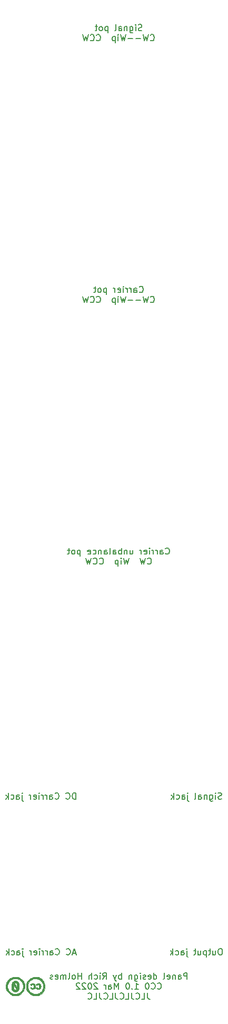
<source format=gbo>
G04 #@! TF.GenerationSoftware,KiCad,Pcbnew,6.0.4-6f826c9f35~116~ubuntu20.04.1*
G04 #@! TF.CreationDate,2022-04-19T11:59:19-04:00*
G04 #@! TF.ProjectId,arrm_panel,6172726d-5f70-4616-9e65-6c2e6b696361,rev?*
G04 #@! TF.SameCoordinates,Original*
G04 #@! TF.FileFunction,Legend,Bot*
G04 #@! TF.FilePolarity,Positive*
%FSLAX46Y46*%
G04 Gerber Fmt 4.6, Leading zero omitted, Abs format (unit mm)*
G04 Created by KiCad (PCBNEW 6.0.4-6f826c9f35~116~ubuntu20.04.1) date 2022-04-19 11:59:19*
%MOMM*%
%LPD*%
G01*
G04 APERTURE LIST*
%ADD10C,0.150000*%
%ADD11C,0.010000*%
G04 APERTURE END LIST*
D10*
X34195238Y-167552380D02*
X34195238Y-166552380D01*
X33957142Y-166552380D01*
X33814285Y-166600000D01*
X33719047Y-166695238D01*
X33671428Y-166790476D01*
X33623809Y-166980952D01*
X33623809Y-167123809D01*
X33671428Y-167314285D01*
X33719047Y-167409523D01*
X33814285Y-167504761D01*
X33957142Y-167552380D01*
X34195238Y-167552380D01*
X32623809Y-167457142D02*
X32671428Y-167504761D01*
X32814285Y-167552380D01*
X32909523Y-167552380D01*
X33052380Y-167504761D01*
X33147619Y-167409523D01*
X33195238Y-167314285D01*
X33242857Y-167123809D01*
X33242857Y-166980952D01*
X33195238Y-166790476D01*
X33147619Y-166695238D01*
X33052380Y-166600000D01*
X32909523Y-166552380D01*
X32814285Y-166552380D01*
X32671428Y-166600000D01*
X32623809Y-166647619D01*
X30861904Y-167457142D02*
X30909523Y-167504761D01*
X31052380Y-167552380D01*
X31147619Y-167552380D01*
X31290476Y-167504761D01*
X31385714Y-167409523D01*
X31433333Y-167314285D01*
X31480952Y-167123809D01*
X31480952Y-166980952D01*
X31433333Y-166790476D01*
X31385714Y-166695238D01*
X31290476Y-166600000D01*
X31147619Y-166552380D01*
X31052380Y-166552380D01*
X30909523Y-166600000D01*
X30861904Y-166647619D01*
X30004761Y-167552380D02*
X30004761Y-167028571D01*
X30052380Y-166933333D01*
X30147619Y-166885714D01*
X30338095Y-166885714D01*
X30433333Y-166933333D01*
X30004761Y-167504761D02*
X30100000Y-167552380D01*
X30338095Y-167552380D01*
X30433333Y-167504761D01*
X30480952Y-167409523D01*
X30480952Y-167314285D01*
X30433333Y-167219047D01*
X30338095Y-167171428D01*
X30100000Y-167171428D01*
X30004761Y-167123809D01*
X29528571Y-167552380D02*
X29528571Y-166885714D01*
X29528571Y-167076190D02*
X29480952Y-166980952D01*
X29433333Y-166933333D01*
X29338095Y-166885714D01*
X29242857Y-166885714D01*
X28909523Y-167552380D02*
X28909523Y-166885714D01*
X28909523Y-167076190D02*
X28861904Y-166980952D01*
X28814285Y-166933333D01*
X28719047Y-166885714D01*
X28623809Y-166885714D01*
X28290476Y-167552380D02*
X28290476Y-166885714D01*
X28290476Y-166552380D02*
X28338095Y-166600000D01*
X28290476Y-166647619D01*
X28242857Y-166600000D01*
X28290476Y-166552380D01*
X28290476Y-166647619D01*
X27433333Y-167504761D02*
X27528571Y-167552380D01*
X27719047Y-167552380D01*
X27814285Y-167504761D01*
X27861904Y-167409523D01*
X27861904Y-167028571D01*
X27814285Y-166933333D01*
X27719047Y-166885714D01*
X27528571Y-166885714D01*
X27433333Y-166933333D01*
X27385714Y-167028571D01*
X27385714Y-167123809D01*
X27861904Y-167219047D01*
X26957142Y-167552380D02*
X26957142Y-166885714D01*
X26957142Y-167076190D02*
X26909523Y-166980952D01*
X26861904Y-166933333D01*
X26766666Y-166885714D01*
X26671428Y-166885714D01*
X25576190Y-166885714D02*
X25576190Y-167742857D01*
X25623809Y-167838095D01*
X25719047Y-167885714D01*
X25766666Y-167885714D01*
X25576190Y-166552380D02*
X25623809Y-166600000D01*
X25576190Y-166647619D01*
X25528571Y-166600000D01*
X25576190Y-166552380D01*
X25576190Y-166647619D01*
X24671428Y-167552380D02*
X24671428Y-167028571D01*
X24719047Y-166933333D01*
X24814285Y-166885714D01*
X25004761Y-166885714D01*
X25100000Y-166933333D01*
X24671428Y-167504761D02*
X24766666Y-167552380D01*
X25004761Y-167552380D01*
X25100000Y-167504761D01*
X25147619Y-167409523D01*
X25147619Y-167314285D01*
X25100000Y-167219047D01*
X25004761Y-167171428D01*
X24766666Y-167171428D01*
X24671428Y-167123809D01*
X23766666Y-167504761D02*
X23861904Y-167552380D01*
X24052380Y-167552380D01*
X24147619Y-167504761D01*
X24195238Y-167457142D01*
X24242857Y-167361904D01*
X24242857Y-167076190D01*
X24195238Y-166980952D01*
X24147619Y-166933333D01*
X24052380Y-166885714D01*
X23861904Y-166885714D01*
X23766666Y-166933333D01*
X23338095Y-167552380D02*
X23338095Y-166552380D01*
X23242857Y-167171428D02*
X22957142Y-167552380D01*
X22957142Y-166885714D02*
X23338095Y-167266666D01*
X57647619Y-167504761D02*
X57504761Y-167552380D01*
X57266666Y-167552380D01*
X57171428Y-167504761D01*
X57123809Y-167457142D01*
X57076190Y-167361904D01*
X57076190Y-167266666D01*
X57123809Y-167171428D01*
X57171428Y-167123809D01*
X57266666Y-167076190D01*
X57457142Y-167028571D01*
X57552380Y-166980952D01*
X57600000Y-166933333D01*
X57647619Y-166838095D01*
X57647619Y-166742857D01*
X57600000Y-166647619D01*
X57552380Y-166600000D01*
X57457142Y-166552380D01*
X57219047Y-166552380D01*
X57076190Y-166600000D01*
X56647619Y-167552380D02*
X56647619Y-166885714D01*
X56647619Y-166552380D02*
X56695238Y-166600000D01*
X56647619Y-166647619D01*
X56600000Y-166600000D01*
X56647619Y-166552380D01*
X56647619Y-166647619D01*
X55742857Y-166885714D02*
X55742857Y-167695238D01*
X55790476Y-167790476D01*
X55838095Y-167838095D01*
X55933333Y-167885714D01*
X56076190Y-167885714D01*
X56171428Y-167838095D01*
X55742857Y-167504761D02*
X55838095Y-167552380D01*
X56028571Y-167552380D01*
X56123809Y-167504761D01*
X56171428Y-167457142D01*
X56219047Y-167361904D01*
X56219047Y-167076190D01*
X56171428Y-166980952D01*
X56123809Y-166933333D01*
X56028571Y-166885714D01*
X55838095Y-166885714D01*
X55742857Y-166933333D01*
X55266666Y-166885714D02*
X55266666Y-167552380D01*
X55266666Y-166980952D02*
X55219047Y-166933333D01*
X55123809Y-166885714D01*
X54980952Y-166885714D01*
X54885714Y-166933333D01*
X54838095Y-167028571D01*
X54838095Y-167552380D01*
X53933333Y-167552380D02*
X53933333Y-167028571D01*
X53980952Y-166933333D01*
X54076190Y-166885714D01*
X54266666Y-166885714D01*
X54361904Y-166933333D01*
X53933333Y-167504761D02*
X54028571Y-167552380D01*
X54266666Y-167552380D01*
X54361904Y-167504761D01*
X54409523Y-167409523D01*
X54409523Y-167314285D01*
X54361904Y-167219047D01*
X54266666Y-167171428D01*
X54028571Y-167171428D01*
X53933333Y-167123809D01*
X53314285Y-167552380D02*
X53409523Y-167504761D01*
X53457142Y-167409523D01*
X53457142Y-166552380D01*
X52171428Y-166885714D02*
X52171428Y-167742857D01*
X52219047Y-167838095D01*
X52314285Y-167885714D01*
X52361904Y-167885714D01*
X52171428Y-166552380D02*
X52219047Y-166600000D01*
X52171428Y-166647619D01*
X52123809Y-166600000D01*
X52171428Y-166552380D01*
X52171428Y-166647619D01*
X51266666Y-167552380D02*
X51266666Y-167028571D01*
X51314285Y-166933333D01*
X51409523Y-166885714D01*
X51600000Y-166885714D01*
X51695238Y-166933333D01*
X51266666Y-167504761D02*
X51361904Y-167552380D01*
X51600000Y-167552380D01*
X51695238Y-167504761D01*
X51742857Y-167409523D01*
X51742857Y-167314285D01*
X51695238Y-167219047D01*
X51600000Y-167171428D01*
X51361904Y-167171428D01*
X51266666Y-167123809D01*
X50361904Y-167504761D02*
X50457142Y-167552380D01*
X50647619Y-167552380D01*
X50742857Y-167504761D01*
X50790476Y-167457142D01*
X50838095Y-167361904D01*
X50838095Y-167076190D01*
X50790476Y-166980952D01*
X50742857Y-166933333D01*
X50647619Y-166885714D01*
X50457142Y-166885714D01*
X50361904Y-166933333D01*
X49933333Y-167552380D02*
X49933333Y-166552380D01*
X49838095Y-167171428D02*
X49552380Y-167552380D01*
X49552380Y-166885714D02*
X49933333Y-167266666D01*
X44814285Y-44199761D02*
X44671428Y-44247380D01*
X44433333Y-44247380D01*
X44338095Y-44199761D01*
X44290476Y-44152142D01*
X44242857Y-44056904D01*
X44242857Y-43961666D01*
X44290476Y-43866428D01*
X44338095Y-43818809D01*
X44433333Y-43771190D01*
X44623809Y-43723571D01*
X44719047Y-43675952D01*
X44766666Y-43628333D01*
X44814285Y-43533095D01*
X44814285Y-43437857D01*
X44766666Y-43342619D01*
X44719047Y-43295000D01*
X44623809Y-43247380D01*
X44385714Y-43247380D01*
X44242857Y-43295000D01*
X43814285Y-44247380D02*
X43814285Y-43580714D01*
X43814285Y-43247380D02*
X43861904Y-43295000D01*
X43814285Y-43342619D01*
X43766666Y-43295000D01*
X43814285Y-43247380D01*
X43814285Y-43342619D01*
X42909523Y-43580714D02*
X42909523Y-44390238D01*
X42957142Y-44485476D01*
X43004761Y-44533095D01*
X43100000Y-44580714D01*
X43242857Y-44580714D01*
X43338095Y-44533095D01*
X42909523Y-44199761D02*
X43004761Y-44247380D01*
X43195238Y-44247380D01*
X43290476Y-44199761D01*
X43338095Y-44152142D01*
X43385714Y-44056904D01*
X43385714Y-43771190D01*
X43338095Y-43675952D01*
X43290476Y-43628333D01*
X43195238Y-43580714D01*
X43004761Y-43580714D01*
X42909523Y-43628333D01*
X42433333Y-43580714D02*
X42433333Y-44247380D01*
X42433333Y-43675952D02*
X42385714Y-43628333D01*
X42290476Y-43580714D01*
X42147619Y-43580714D01*
X42052380Y-43628333D01*
X42004761Y-43723571D01*
X42004761Y-44247380D01*
X41100000Y-44247380D02*
X41100000Y-43723571D01*
X41147619Y-43628333D01*
X41242857Y-43580714D01*
X41433333Y-43580714D01*
X41528571Y-43628333D01*
X41100000Y-44199761D02*
X41195238Y-44247380D01*
X41433333Y-44247380D01*
X41528571Y-44199761D01*
X41576190Y-44104523D01*
X41576190Y-44009285D01*
X41528571Y-43914047D01*
X41433333Y-43866428D01*
X41195238Y-43866428D01*
X41100000Y-43818809D01*
X40480952Y-44247380D02*
X40576190Y-44199761D01*
X40623809Y-44104523D01*
X40623809Y-43247380D01*
X39338095Y-43580714D02*
X39338095Y-44580714D01*
X39338095Y-43628333D02*
X39242857Y-43580714D01*
X39052380Y-43580714D01*
X38957142Y-43628333D01*
X38909523Y-43675952D01*
X38861904Y-43771190D01*
X38861904Y-44056904D01*
X38909523Y-44152142D01*
X38957142Y-44199761D01*
X39052380Y-44247380D01*
X39242857Y-44247380D01*
X39338095Y-44199761D01*
X38290476Y-44247380D02*
X38385714Y-44199761D01*
X38433333Y-44152142D01*
X38480952Y-44056904D01*
X38480952Y-43771190D01*
X38433333Y-43675952D01*
X38385714Y-43628333D01*
X38290476Y-43580714D01*
X38147619Y-43580714D01*
X38052380Y-43628333D01*
X38004761Y-43675952D01*
X37957142Y-43771190D01*
X37957142Y-44056904D01*
X38004761Y-44152142D01*
X38052380Y-44199761D01*
X38147619Y-44247380D01*
X38290476Y-44247380D01*
X37671428Y-43580714D02*
X37290476Y-43580714D01*
X37528571Y-43247380D02*
X37528571Y-44104523D01*
X37480952Y-44199761D01*
X37385714Y-44247380D01*
X37290476Y-44247380D01*
X46195238Y-45762142D02*
X46242857Y-45809761D01*
X46385714Y-45857380D01*
X46480952Y-45857380D01*
X46623809Y-45809761D01*
X46719047Y-45714523D01*
X46766666Y-45619285D01*
X46814285Y-45428809D01*
X46814285Y-45285952D01*
X46766666Y-45095476D01*
X46719047Y-45000238D01*
X46623809Y-44905000D01*
X46480952Y-44857380D01*
X46385714Y-44857380D01*
X46242857Y-44905000D01*
X46195238Y-44952619D01*
X45861904Y-44857380D02*
X45623809Y-45857380D01*
X45433333Y-45143095D01*
X45242857Y-45857380D01*
X45004761Y-44857380D01*
X44623809Y-45476428D02*
X43861904Y-45476428D01*
X43385714Y-45476428D02*
X42623809Y-45476428D01*
X42242857Y-44857380D02*
X42004761Y-45857380D01*
X41814285Y-45143095D01*
X41623809Y-45857380D01*
X41385714Y-44857380D01*
X41004761Y-45857380D02*
X41004761Y-45190714D01*
X41004761Y-44857380D02*
X41052380Y-44905000D01*
X41004761Y-44952619D01*
X40957142Y-44905000D01*
X41004761Y-44857380D01*
X41004761Y-44952619D01*
X40528571Y-45190714D02*
X40528571Y-46190714D01*
X40528571Y-45238333D02*
X40433333Y-45190714D01*
X40242857Y-45190714D01*
X40147619Y-45238333D01*
X40100000Y-45285952D01*
X40052380Y-45381190D01*
X40052380Y-45666904D01*
X40100000Y-45762142D01*
X40147619Y-45809761D01*
X40242857Y-45857380D01*
X40433333Y-45857380D01*
X40528571Y-45809761D01*
X37528571Y-45762142D02*
X37576190Y-45809761D01*
X37719047Y-45857380D01*
X37814285Y-45857380D01*
X37957142Y-45809761D01*
X38052380Y-45714523D01*
X38100000Y-45619285D01*
X38147619Y-45428809D01*
X38147619Y-45285952D01*
X38100000Y-45095476D01*
X38052380Y-45000238D01*
X37957142Y-44905000D01*
X37814285Y-44857380D01*
X37719047Y-44857380D01*
X37576190Y-44905000D01*
X37528571Y-44952619D01*
X36528571Y-45762142D02*
X36576190Y-45809761D01*
X36719047Y-45857380D01*
X36814285Y-45857380D01*
X36957142Y-45809761D01*
X37052380Y-45714523D01*
X37100000Y-45619285D01*
X37147619Y-45428809D01*
X37147619Y-45285952D01*
X37100000Y-45095476D01*
X37052380Y-45000238D01*
X36957142Y-44905000D01*
X36814285Y-44857380D01*
X36719047Y-44857380D01*
X36576190Y-44905000D01*
X36528571Y-44952619D01*
X36195238Y-44857380D02*
X35957142Y-45857380D01*
X35766666Y-45143095D01*
X35576190Y-45857380D01*
X35338095Y-44857380D01*
X34171428Y-192266666D02*
X33695238Y-192266666D01*
X34266666Y-192552380D02*
X33933333Y-191552380D01*
X33600000Y-192552380D01*
X32695238Y-192457142D02*
X32742857Y-192504761D01*
X32885714Y-192552380D01*
X32980952Y-192552380D01*
X33123809Y-192504761D01*
X33219047Y-192409523D01*
X33266666Y-192314285D01*
X33314285Y-192123809D01*
X33314285Y-191980952D01*
X33266666Y-191790476D01*
X33219047Y-191695238D01*
X33123809Y-191600000D01*
X32980952Y-191552380D01*
X32885714Y-191552380D01*
X32742857Y-191600000D01*
X32695238Y-191647619D01*
X30933333Y-192457142D02*
X30980952Y-192504761D01*
X31123809Y-192552380D01*
X31219047Y-192552380D01*
X31361904Y-192504761D01*
X31457142Y-192409523D01*
X31504761Y-192314285D01*
X31552380Y-192123809D01*
X31552380Y-191980952D01*
X31504761Y-191790476D01*
X31457142Y-191695238D01*
X31361904Y-191600000D01*
X31219047Y-191552380D01*
X31123809Y-191552380D01*
X30980952Y-191600000D01*
X30933333Y-191647619D01*
X30076190Y-192552380D02*
X30076190Y-192028571D01*
X30123809Y-191933333D01*
X30219047Y-191885714D01*
X30409523Y-191885714D01*
X30504761Y-191933333D01*
X30076190Y-192504761D02*
X30171428Y-192552380D01*
X30409523Y-192552380D01*
X30504761Y-192504761D01*
X30552380Y-192409523D01*
X30552380Y-192314285D01*
X30504761Y-192219047D01*
X30409523Y-192171428D01*
X30171428Y-192171428D01*
X30076190Y-192123809D01*
X29600000Y-192552380D02*
X29600000Y-191885714D01*
X29600000Y-192076190D02*
X29552380Y-191980952D01*
X29504761Y-191933333D01*
X29409523Y-191885714D01*
X29314285Y-191885714D01*
X28980952Y-192552380D02*
X28980952Y-191885714D01*
X28980952Y-192076190D02*
X28933333Y-191980952D01*
X28885714Y-191933333D01*
X28790476Y-191885714D01*
X28695238Y-191885714D01*
X28361904Y-192552380D02*
X28361904Y-191885714D01*
X28361904Y-191552380D02*
X28409523Y-191600000D01*
X28361904Y-191647619D01*
X28314285Y-191600000D01*
X28361904Y-191552380D01*
X28361904Y-191647619D01*
X27504761Y-192504761D02*
X27600000Y-192552380D01*
X27790476Y-192552380D01*
X27885714Y-192504761D01*
X27933333Y-192409523D01*
X27933333Y-192028571D01*
X27885714Y-191933333D01*
X27790476Y-191885714D01*
X27600000Y-191885714D01*
X27504761Y-191933333D01*
X27457142Y-192028571D01*
X27457142Y-192123809D01*
X27933333Y-192219047D01*
X27028571Y-192552380D02*
X27028571Y-191885714D01*
X27028571Y-192076190D02*
X26980952Y-191980952D01*
X26933333Y-191933333D01*
X26838095Y-191885714D01*
X26742857Y-191885714D01*
X25647619Y-191885714D02*
X25647619Y-192742857D01*
X25695238Y-192838095D01*
X25790476Y-192885714D01*
X25838095Y-192885714D01*
X25647619Y-191552380D02*
X25695238Y-191600000D01*
X25647619Y-191647619D01*
X25600000Y-191600000D01*
X25647619Y-191552380D01*
X25647619Y-191647619D01*
X24742857Y-192552380D02*
X24742857Y-192028571D01*
X24790476Y-191933333D01*
X24885714Y-191885714D01*
X25076190Y-191885714D01*
X25171428Y-191933333D01*
X24742857Y-192504761D02*
X24838095Y-192552380D01*
X25076190Y-192552380D01*
X25171428Y-192504761D01*
X25219047Y-192409523D01*
X25219047Y-192314285D01*
X25171428Y-192219047D01*
X25076190Y-192171428D01*
X24838095Y-192171428D01*
X24742857Y-192123809D01*
X23838095Y-192504761D02*
X23933333Y-192552380D01*
X24123809Y-192552380D01*
X24219047Y-192504761D01*
X24266666Y-192457142D01*
X24314285Y-192361904D01*
X24314285Y-192076190D01*
X24266666Y-191980952D01*
X24219047Y-191933333D01*
X24123809Y-191885714D01*
X23933333Y-191885714D01*
X23838095Y-191933333D01*
X23409523Y-192552380D02*
X23409523Y-191552380D01*
X23314285Y-192171428D02*
X23028571Y-192552380D01*
X23028571Y-191885714D02*
X23409523Y-192266666D01*
X48623809Y-128152142D02*
X48671428Y-128199761D01*
X48814285Y-128247380D01*
X48909523Y-128247380D01*
X49052380Y-128199761D01*
X49147619Y-128104523D01*
X49195238Y-128009285D01*
X49242857Y-127818809D01*
X49242857Y-127675952D01*
X49195238Y-127485476D01*
X49147619Y-127390238D01*
X49052380Y-127295000D01*
X48909523Y-127247380D01*
X48814285Y-127247380D01*
X48671428Y-127295000D01*
X48623809Y-127342619D01*
X47766666Y-128247380D02*
X47766666Y-127723571D01*
X47814285Y-127628333D01*
X47909523Y-127580714D01*
X48100000Y-127580714D01*
X48195238Y-127628333D01*
X47766666Y-128199761D02*
X47861904Y-128247380D01*
X48100000Y-128247380D01*
X48195238Y-128199761D01*
X48242857Y-128104523D01*
X48242857Y-128009285D01*
X48195238Y-127914047D01*
X48100000Y-127866428D01*
X47861904Y-127866428D01*
X47766666Y-127818809D01*
X47290476Y-128247380D02*
X47290476Y-127580714D01*
X47290476Y-127771190D02*
X47242857Y-127675952D01*
X47195238Y-127628333D01*
X47100000Y-127580714D01*
X47004761Y-127580714D01*
X46671428Y-128247380D02*
X46671428Y-127580714D01*
X46671428Y-127771190D02*
X46623809Y-127675952D01*
X46576190Y-127628333D01*
X46480952Y-127580714D01*
X46385714Y-127580714D01*
X46052380Y-128247380D02*
X46052380Y-127580714D01*
X46052380Y-127247380D02*
X46100000Y-127295000D01*
X46052380Y-127342619D01*
X46004761Y-127295000D01*
X46052380Y-127247380D01*
X46052380Y-127342619D01*
X45195238Y-128199761D02*
X45290476Y-128247380D01*
X45480952Y-128247380D01*
X45576190Y-128199761D01*
X45623809Y-128104523D01*
X45623809Y-127723571D01*
X45576190Y-127628333D01*
X45480952Y-127580714D01*
X45290476Y-127580714D01*
X45195238Y-127628333D01*
X45147619Y-127723571D01*
X45147619Y-127818809D01*
X45623809Y-127914047D01*
X44719047Y-128247380D02*
X44719047Y-127580714D01*
X44719047Y-127771190D02*
X44671428Y-127675952D01*
X44623809Y-127628333D01*
X44528571Y-127580714D01*
X44433333Y-127580714D01*
X42909523Y-127580714D02*
X42909523Y-128247380D01*
X43338095Y-127580714D02*
X43338095Y-128104523D01*
X43290476Y-128199761D01*
X43195238Y-128247380D01*
X43052380Y-128247380D01*
X42957142Y-128199761D01*
X42909523Y-128152142D01*
X42433333Y-127580714D02*
X42433333Y-128247380D01*
X42433333Y-127675952D02*
X42385714Y-127628333D01*
X42290476Y-127580714D01*
X42147619Y-127580714D01*
X42052380Y-127628333D01*
X42004761Y-127723571D01*
X42004761Y-128247380D01*
X41528571Y-128247380D02*
X41528571Y-127247380D01*
X41528571Y-127628333D02*
X41433333Y-127580714D01*
X41242857Y-127580714D01*
X41147619Y-127628333D01*
X41100000Y-127675952D01*
X41052380Y-127771190D01*
X41052380Y-128056904D01*
X41100000Y-128152142D01*
X41147619Y-128199761D01*
X41242857Y-128247380D01*
X41433333Y-128247380D01*
X41528571Y-128199761D01*
X40195238Y-128247380D02*
X40195238Y-127723571D01*
X40242857Y-127628333D01*
X40338095Y-127580714D01*
X40528571Y-127580714D01*
X40623809Y-127628333D01*
X40195238Y-128199761D02*
X40290476Y-128247380D01*
X40528571Y-128247380D01*
X40623809Y-128199761D01*
X40671428Y-128104523D01*
X40671428Y-128009285D01*
X40623809Y-127914047D01*
X40528571Y-127866428D01*
X40290476Y-127866428D01*
X40195238Y-127818809D01*
X39576190Y-128247380D02*
X39671428Y-128199761D01*
X39719047Y-128104523D01*
X39719047Y-127247380D01*
X38766666Y-128247380D02*
X38766666Y-127723571D01*
X38814285Y-127628333D01*
X38909523Y-127580714D01*
X39100000Y-127580714D01*
X39195238Y-127628333D01*
X38766666Y-128199761D02*
X38861904Y-128247380D01*
X39100000Y-128247380D01*
X39195238Y-128199761D01*
X39242857Y-128104523D01*
X39242857Y-128009285D01*
X39195238Y-127914047D01*
X39100000Y-127866428D01*
X38861904Y-127866428D01*
X38766666Y-127818809D01*
X38290476Y-127580714D02*
X38290476Y-128247380D01*
X38290476Y-127675952D02*
X38242857Y-127628333D01*
X38147619Y-127580714D01*
X38004761Y-127580714D01*
X37909523Y-127628333D01*
X37861904Y-127723571D01*
X37861904Y-128247380D01*
X36957142Y-128199761D02*
X37052380Y-128247380D01*
X37242857Y-128247380D01*
X37338095Y-128199761D01*
X37385714Y-128152142D01*
X37433333Y-128056904D01*
X37433333Y-127771190D01*
X37385714Y-127675952D01*
X37338095Y-127628333D01*
X37242857Y-127580714D01*
X37052380Y-127580714D01*
X36957142Y-127628333D01*
X36147619Y-128199761D02*
X36242857Y-128247380D01*
X36433333Y-128247380D01*
X36528571Y-128199761D01*
X36576190Y-128104523D01*
X36576190Y-127723571D01*
X36528571Y-127628333D01*
X36433333Y-127580714D01*
X36242857Y-127580714D01*
X36147619Y-127628333D01*
X36100000Y-127723571D01*
X36100000Y-127818809D01*
X36576190Y-127914047D01*
X34909523Y-127580714D02*
X34909523Y-128580714D01*
X34909523Y-127628333D02*
X34814285Y-127580714D01*
X34623809Y-127580714D01*
X34528571Y-127628333D01*
X34480952Y-127675952D01*
X34433333Y-127771190D01*
X34433333Y-128056904D01*
X34480952Y-128152142D01*
X34528571Y-128199761D01*
X34623809Y-128247380D01*
X34814285Y-128247380D01*
X34909523Y-128199761D01*
X33861904Y-128247380D02*
X33957142Y-128199761D01*
X34004761Y-128152142D01*
X34052380Y-128056904D01*
X34052380Y-127771190D01*
X34004761Y-127675952D01*
X33957142Y-127628333D01*
X33861904Y-127580714D01*
X33719047Y-127580714D01*
X33623809Y-127628333D01*
X33576190Y-127675952D01*
X33528571Y-127771190D01*
X33528571Y-128056904D01*
X33576190Y-128152142D01*
X33623809Y-128199761D01*
X33719047Y-128247380D01*
X33861904Y-128247380D01*
X33242857Y-127580714D02*
X32861904Y-127580714D01*
X33100000Y-127247380D02*
X33100000Y-128104523D01*
X33052380Y-128199761D01*
X32957142Y-128247380D01*
X32861904Y-128247380D01*
X45719047Y-129762142D02*
X45766666Y-129809761D01*
X45909523Y-129857380D01*
X46004761Y-129857380D01*
X46147619Y-129809761D01*
X46242857Y-129714523D01*
X46290476Y-129619285D01*
X46338095Y-129428809D01*
X46338095Y-129285952D01*
X46290476Y-129095476D01*
X46242857Y-129000238D01*
X46147619Y-128905000D01*
X46004761Y-128857380D01*
X45909523Y-128857380D01*
X45766666Y-128905000D01*
X45719047Y-128952619D01*
X45385714Y-128857380D02*
X45147619Y-129857380D01*
X44957142Y-129143095D01*
X44766666Y-129857380D01*
X44528571Y-128857380D01*
X42719047Y-128857380D02*
X42480952Y-129857380D01*
X42290476Y-129143095D01*
X42100000Y-129857380D01*
X41861904Y-128857380D01*
X41480952Y-129857380D02*
X41480952Y-129190714D01*
X41480952Y-128857380D02*
X41528571Y-128905000D01*
X41480952Y-128952619D01*
X41433333Y-128905000D01*
X41480952Y-128857380D01*
X41480952Y-128952619D01*
X41004761Y-129190714D02*
X41004761Y-130190714D01*
X41004761Y-129238333D02*
X40909523Y-129190714D01*
X40719047Y-129190714D01*
X40623809Y-129238333D01*
X40576190Y-129285952D01*
X40528571Y-129381190D01*
X40528571Y-129666904D01*
X40576190Y-129762142D01*
X40623809Y-129809761D01*
X40719047Y-129857380D01*
X40909523Y-129857380D01*
X41004761Y-129809761D01*
X38004761Y-129762142D02*
X38052380Y-129809761D01*
X38195238Y-129857380D01*
X38290476Y-129857380D01*
X38433333Y-129809761D01*
X38528571Y-129714523D01*
X38576190Y-129619285D01*
X38623809Y-129428809D01*
X38623809Y-129285952D01*
X38576190Y-129095476D01*
X38528571Y-129000238D01*
X38433333Y-128905000D01*
X38290476Y-128857380D01*
X38195238Y-128857380D01*
X38052380Y-128905000D01*
X38004761Y-128952619D01*
X37004761Y-129762142D02*
X37052380Y-129809761D01*
X37195238Y-129857380D01*
X37290476Y-129857380D01*
X37433333Y-129809761D01*
X37528571Y-129714523D01*
X37576190Y-129619285D01*
X37623809Y-129428809D01*
X37623809Y-129285952D01*
X37576190Y-129095476D01*
X37528571Y-129000238D01*
X37433333Y-128905000D01*
X37290476Y-128857380D01*
X37195238Y-128857380D01*
X37052380Y-128905000D01*
X37004761Y-128952619D01*
X36671428Y-128857380D02*
X36433333Y-129857380D01*
X36242857Y-129143095D01*
X36052380Y-129857380D01*
X35814285Y-128857380D01*
X52100000Y-196442380D02*
X52100000Y-195442380D01*
X51719047Y-195442380D01*
X51623809Y-195490000D01*
X51576190Y-195537619D01*
X51528571Y-195632857D01*
X51528571Y-195775714D01*
X51576190Y-195870952D01*
X51623809Y-195918571D01*
X51719047Y-195966190D01*
X52100000Y-195966190D01*
X50671428Y-196442380D02*
X50671428Y-195918571D01*
X50719047Y-195823333D01*
X50814285Y-195775714D01*
X51004761Y-195775714D01*
X51100000Y-195823333D01*
X50671428Y-196394761D02*
X50766666Y-196442380D01*
X51004761Y-196442380D01*
X51100000Y-196394761D01*
X51147619Y-196299523D01*
X51147619Y-196204285D01*
X51100000Y-196109047D01*
X51004761Y-196061428D01*
X50766666Y-196061428D01*
X50671428Y-196013809D01*
X50195238Y-195775714D02*
X50195238Y-196442380D01*
X50195238Y-195870952D02*
X50147619Y-195823333D01*
X50052380Y-195775714D01*
X49909523Y-195775714D01*
X49814285Y-195823333D01*
X49766666Y-195918571D01*
X49766666Y-196442380D01*
X48909523Y-196394761D02*
X49004761Y-196442380D01*
X49195238Y-196442380D01*
X49290476Y-196394761D01*
X49338095Y-196299523D01*
X49338095Y-195918571D01*
X49290476Y-195823333D01*
X49195238Y-195775714D01*
X49004761Y-195775714D01*
X48909523Y-195823333D01*
X48861904Y-195918571D01*
X48861904Y-196013809D01*
X49338095Y-196109047D01*
X48290476Y-196442380D02*
X48385714Y-196394761D01*
X48433333Y-196299523D01*
X48433333Y-195442380D01*
X46719047Y-196442380D02*
X46719047Y-195442380D01*
X46719047Y-196394761D02*
X46814285Y-196442380D01*
X47004761Y-196442380D01*
X47100000Y-196394761D01*
X47147619Y-196347142D01*
X47195238Y-196251904D01*
X47195238Y-195966190D01*
X47147619Y-195870952D01*
X47100000Y-195823333D01*
X47004761Y-195775714D01*
X46814285Y-195775714D01*
X46719047Y-195823333D01*
X45861904Y-196394761D02*
X45957142Y-196442380D01*
X46147619Y-196442380D01*
X46242857Y-196394761D01*
X46290476Y-196299523D01*
X46290476Y-195918571D01*
X46242857Y-195823333D01*
X46147619Y-195775714D01*
X45957142Y-195775714D01*
X45861904Y-195823333D01*
X45814285Y-195918571D01*
X45814285Y-196013809D01*
X46290476Y-196109047D01*
X45433333Y-196394761D02*
X45338095Y-196442380D01*
X45147619Y-196442380D01*
X45052380Y-196394761D01*
X45004761Y-196299523D01*
X45004761Y-196251904D01*
X45052380Y-196156666D01*
X45147619Y-196109047D01*
X45290476Y-196109047D01*
X45385714Y-196061428D01*
X45433333Y-195966190D01*
X45433333Y-195918571D01*
X45385714Y-195823333D01*
X45290476Y-195775714D01*
X45147619Y-195775714D01*
X45052380Y-195823333D01*
X44576190Y-196442380D02*
X44576190Y-195775714D01*
X44576190Y-195442380D02*
X44623809Y-195490000D01*
X44576190Y-195537619D01*
X44528571Y-195490000D01*
X44576190Y-195442380D01*
X44576190Y-195537619D01*
X43671428Y-195775714D02*
X43671428Y-196585238D01*
X43719047Y-196680476D01*
X43766666Y-196728095D01*
X43861904Y-196775714D01*
X44004761Y-196775714D01*
X44100000Y-196728095D01*
X43671428Y-196394761D02*
X43766666Y-196442380D01*
X43957142Y-196442380D01*
X44052380Y-196394761D01*
X44100000Y-196347142D01*
X44147619Y-196251904D01*
X44147619Y-195966190D01*
X44100000Y-195870952D01*
X44052380Y-195823333D01*
X43957142Y-195775714D01*
X43766666Y-195775714D01*
X43671428Y-195823333D01*
X43195238Y-195775714D02*
X43195238Y-196442380D01*
X43195238Y-195870952D02*
X43147619Y-195823333D01*
X43052380Y-195775714D01*
X42909523Y-195775714D01*
X42814285Y-195823333D01*
X42766666Y-195918571D01*
X42766666Y-196442380D01*
X41528571Y-196442380D02*
X41528571Y-195442380D01*
X41528571Y-195823333D02*
X41433333Y-195775714D01*
X41242857Y-195775714D01*
X41147619Y-195823333D01*
X41100000Y-195870952D01*
X41052380Y-195966190D01*
X41052380Y-196251904D01*
X41100000Y-196347142D01*
X41147619Y-196394761D01*
X41242857Y-196442380D01*
X41433333Y-196442380D01*
X41528571Y-196394761D01*
X40719047Y-195775714D02*
X40480952Y-196442380D01*
X40242857Y-195775714D02*
X40480952Y-196442380D01*
X40576190Y-196680476D01*
X40623809Y-196728095D01*
X40719047Y-196775714D01*
X38528571Y-196442380D02*
X38861904Y-195966190D01*
X39100000Y-196442380D02*
X39100000Y-195442380D01*
X38719047Y-195442380D01*
X38623809Y-195490000D01*
X38576190Y-195537619D01*
X38528571Y-195632857D01*
X38528571Y-195775714D01*
X38576190Y-195870952D01*
X38623809Y-195918571D01*
X38719047Y-195966190D01*
X39100000Y-195966190D01*
X38100000Y-196442380D02*
X38100000Y-195775714D01*
X38100000Y-195442380D02*
X38147619Y-195490000D01*
X38100000Y-195537619D01*
X38052380Y-195490000D01*
X38100000Y-195442380D01*
X38100000Y-195537619D01*
X37195238Y-196394761D02*
X37290476Y-196442380D01*
X37480952Y-196442380D01*
X37576190Y-196394761D01*
X37623809Y-196347142D01*
X37671428Y-196251904D01*
X37671428Y-195966190D01*
X37623809Y-195870952D01*
X37576190Y-195823333D01*
X37480952Y-195775714D01*
X37290476Y-195775714D01*
X37195238Y-195823333D01*
X36766666Y-196442380D02*
X36766666Y-195442380D01*
X36338095Y-196442380D02*
X36338095Y-195918571D01*
X36385714Y-195823333D01*
X36480952Y-195775714D01*
X36623809Y-195775714D01*
X36719047Y-195823333D01*
X36766666Y-195870952D01*
X35100000Y-196442380D02*
X35100000Y-195442380D01*
X35100000Y-195918571D02*
X34528571Y-195918571D01*
X34528571Y-196442380D02*
X34528571Y-195442380D01*
X33909523Y-196442380D02*
X34004761Y-196394761D01*
X34052380Y-196347142D01*
X34100000Y-196251904D01*
X34100000Y-195966190D01*
X34052380Y-195870952D01*
X34004761Y-195823333D01*
X33909523Y-195775714D01*
X33766666Y-195775714D01*
X33671428Y-195823333D01*
X33623809Y-195870952D01*
X33576190Y-195966190D01*
X33576190Y-196251904D01*
X33623809Y-196347142D01*
X33671428Y-196394761D01*
X33766666Y-196442380D01*
X33909523Y-196442380D01*
X33004761Y-196442380D02*
X33100000Y-196394761D01*
X33147619Y-196299523D01*
X33147619Y-195442380D01*
X32623809Y-196442380D02*
X32623809Y-195775714D01*
X32623809Y-195870952D02*
X32576190Y-195823333D01*
X32480952Y-195775714D01*
X32338095Y-195775714D01*
X32242857Y-195823333D01*
X32195238Y-195918571D01*
X32195238Y-196442380D01*
X32195238Y-195918571D02*
X32147619Y-195823333D01*
X32052380Y-195775714D01*
X31909523Y-195775714D01*
X31814285Y-195823333D01*
X31766666Y-195918571D01*
X31766666Y-196442380D01*
X30909523Y-196394761D02*
X31004761Y-196442380D01*
X31195238Y-196442380D01*
X31290476Y-196394761D01*
X31338095Y-196299523D01*
X31338095Y-195918571D01*
X31290476Y-195823333D01*
X31195238Y-195775714D01*
X31004761Y-195775714D01*
X30909523Y-195823333D01*
X30861904Y-195918571D01*
X30861904Y-196013809D01*
X31338095Y-196109047D01*
X30480952Y-196394761D02*
X30385714Y-196442380D01*
X30195238Y-196442380D01*
X30100000Y-196394761D01*
X30052380Y-196299523D01*
X30052380Y-196251904D01*
X30100000Y-196156666D01*
X30195238Y-196109047D01*
X30338095Y-196109047D01*
X30433333Y-196061428D01*
X30480952Y-195966190D01*
X30480952Y-195918571D01*
X30433333Y-195823333D01*
X30338095Y-195775714D01*
X30195238Y-195775714D01*
X30100000Y-195823333D01*
X47338095Y-197957142D02*
X47385714Y-198004761D01*
X47528571Y-198052380D01*
X47623809Y-198052380D01*
X47766666Y-198004761D01*
X47861904Y-197909523D01*
X47909523Y-197814285D01*
X47957142Y-197623809D01*
X47957142Y-197480952D01*
X47909523Y-197290476D01*
X47861904Y-197195238D01*
X47766666Y-197100000D01*
X47623809Y-197052380D01*
X47528571Y-197052380D01*
X47385714Y-197100000D01*
X47338095Y-197147619D01*
X46338095Y-197957142D02*
X46385714Y-198004761D01*
X46528571Y-198052380D01*
X46623809Y-198052380D01*
X46766666Y-198004761D01*
X46861904Y-197909523D01*
X46909523Y-197814285D01*
X46957142Y-197623809D01*
X46957142Y-197480952D01*
X46909523Y-197290476D01*
X46861904Y-197195238D01*
X46766666Y-197100000D01*
X46623809Y-197052380D01*
X46528571Y-197052380D01*
X46385714Y-197100000D01*
X46338095Y-197147619D01*
X45719047Y-197052380D02*
X45623809Y-197052380D01*
X45528571Y-197100000D01*
X45480952Y-197147619D01*
X45433333Y-197242857D01*
X45385714Y-197433333D01*
X45385714Y-197671428D01*
X45433333Y-197861904D01*
X45480952Y-197957142D01*
X45528571Y-198004761D01*
X45623809Y-198052380D01*
X45719047Y-198052380D01*
X45814285Y-198004761D01*
X45861904Y-197957142D01*
X45909523Y-197861904D01*
X45957142Y-197671428D01*
X45957142Y-197433333D01*
X45909523Y-197242857D01*
X45861904Y-197147619D01*
X45814285Y-197100000D01*
X45719047Y-197052380D01*
X43671428Y-198052380D02*
X44242857Y-198052380D01*
X43957142Y-198052380D02*
X43957142Y-197052380D01*
X44052380Y-197195238D01*
X44147619Y-197290476D01*
X44242857Y-197338095D01*
X43242857Y-197957142D02*
X43195238Y-198004761D01*
X43242857Y-198052380D01*
X43290476Y-198004761D01*
X43242857Y-197957142D01*
X43242857Y-198052380D01*
X42576190Y-197052380D02*
X42480952Y-197052380D01*
X42385714Y-197100000D01*
X42338095Y-197147619D01*
X42290476Y-197242857D01*
X42242857Y-197433333D01*
X42242857Y-197671428D01*
X42290476Y-197861904D01*
X42338095Y-197957142D01*
X42385714Y-198004761D01*
X42480952Y-198052380D01*
X42576190Y-198052380D01*
X42671428Y-198004761D01*
X42719047Y-197957142D01*
X42766666Y-197861904D01*
X42814285Y-197671428D01*
X42814285Y-197433333D01*
X42766666Y-197242857D01*
X42719047Y-197147619D01*
X42671428Y-197100000D01*
X42576190Y-197052380D01*
X41052380Y-198052380D02*
X41052380Y-197052380D01*
X40719047Y-197766666D01*
X40385714Y-197052380D01*
X40385714Y-198052380D01*
X39480952Y-198052380D02*
X39480952Y-197528571D01*
X39528571Y-197433333D01*
X39623809Y-197385714D01*
X39814285Y-197385714D01*
X39909523Y-197433333D01*
X39480952Y-198004761D02*
X39576190Y-198052380D01*
X39814285Y-198052380D01*
X39909523Y-198004761D01*
X39957142Y-197909523D01*
X39957142Y-197814285D01*
X39909523Y-197719047D01*
X39814285Y-197671428D01*
X39576190Y-197671428D01*
X39480952Y-197623809D01*
X39004761Y-198052380D02*
X39004761Y-197385714D01*
X39004761Y-197576190D02*
X38957142Y-197480952D01*
X38909523Y-197433333D01*
X38814285Y-197385714D01*
X38719047Y-197385714D01*
X37671428Y-197147619D02*
X37623809Y-197100000D01*
X37528571Y-197052380D01*
X37290476Y-197052380D01*
X37195238Y-197100000D01*
X37147619Y-197147619D01*
X37100000Y-197242857D01*
X37100000Y-197338095D01*
X37147619Y-197480952D01*
X37719047Y-198052380D01*
X37100000Y-198052380D01*
X36480952Y-197052380D02*
X36385714Y-197052380D01*
X36290476Y-197100000D01*
X36242857Y-197147619D01*
X36195238Y-197242857D01*
X36147619Y-197433333D01*
X36147619Y-197671428D01*
X36195238Y-197861904D01*
X36242857Y-197957142D01*
X36290476Y-198004761D01*
X36385714Y-198052380D01*
X36480952Y-198052380D01*
X36576190Y-198004761D01*
X36623809Y-197957142D01*
X36671428Y-197861904D01*
X36719047Y-197671428D01*
X36719047Y-197433333D01*
X36671428Y-197242857D01*
X36623809Y-197147619D01*
X36576190Y-197100000D01*
X36480952Y-197052380D01*
X35766666Y-197147619D02*
X35719047Y-197100000D01*
X35623809Y-197052380D01*
X35385714Y-197052380D01*
X35290476Y-197100000D01*
X35242857Y-197147619D01*
X35195238Y-197242857D01*
X35195238Y-197338095D01*
X35242857Y-197480952D01*
X35814285Y-198052380D01*
X35195238Y-198052380D01*
X34814285Y-197147619D02*
X34766666Y-197100000D01*
X34671428Y-197052380D01*
X34433333Y-197052380D01*
X34338095Y-197100000D01*
X34290476Y-197147619D01*
X34242857Y-197242857D01*
X34242857Y-197338095D01*
X34290476Y-197480952D01*
X34861904Y-198052380D01*
X34242857Y-198052380D01*
X45719047Y-198662380D02*
X45719047Y-199376666D01*
X45766666Y-199519523D01*
X45861904Y-199614761D01*
X46004761Y-199662380D01*
X46100000Y-199662380D01*
X44766666Y-199662380D02*
X45242857Y-199662380D01*
X45242857Y-198662380D01*
X43861904Y-199567142D02*
X43909523Y-199614761D01*
X44052380Y-199662380D01*
X44147619Y-199662380D01*
X44290476Y-199614761D01*
X44385714Y-199519523D01*
X44433333Y-199424285D01*
X44480952Y-199233809D01*
X44480952Y-199090952D01*
X44433333Y-198900476D01*
X44385714Y-198805238D01*
X44290476Y-198710000D01*
X44147619Y-198662380D01*
X44052380Y-198662380D01*
X43909523Y-198710000D01*
X43861904Y-198757619D01*
X43147619Y-198662380D02*
X43147619Y-199376666D01*
X43195238Y-199519523D01*
X43290476Y-199614761D01*
X43433333Y-199662380D01*
X43528571Y-199662380D01*
X42195238Y-199662380D02*
X42671428Y-199662380D01*
X42671428Y-198662380D01*
X41290476Y-199567142D02*
X41338095Y-199614761D01*
X41480952Y-199662380D01*
X41576190Y-199662380D01*
X41719047Y-199614761D01*
X41814285Y-199519523D01*
X41861904Y-199424285D01*
X41909523Y-199233809D01*
X41909523Y-199090952D01*
X41861904Y-198900476D01*
X41814285Y-198805238D01*
X41719047Y-198710000D01*
X41576190Y-198662380D01*
X41480952Y-198662380D01*
X41338095Y-198710000D01*
X41290476Y-198757619D01*
X40576190Y-198662380D02*
X40576190Y-199376666D01*
X40623809Y-199519523D01*
X40719047Y-199614761D01*
X40861904Y-199662380D01*
X40957142Y-199662380D01*
X39623809Y-199662380D02*
X40100000Y-199662380D01*
X40100000Y-198662380D01*
X38719047Y-199567142D02*
X38766666Y-199614761D01*
X38909523Y-199662380D01*
X39004761Y-199662380D01*
X39147619Y-199614761D01*
X39242857Y-199519523D01*
X39290476Y-199424285D01*
X39338095Y-199233809D01*
X39338095Y-199090952D01*
X39290476Y-198900476D01*
X39242857Y-198805238D01*
X39147619Y-198710000D01*
X39004761Y-198662380D01*
X38909523Y-198662380D01*
X38766666Y-198710000D01*
X38719047Y-198757619D01*
X38004761Y-198662380D02*
X38004761Y-199376666D01*
X38052380Y-199519523D01*
X38147619Y-199614761D01*
X38290476Y-199662380D01*
X38385714Y-199662380D01*
X37052380Y-199662380D02*
X37528571Y-199662380D01*
X37528571Y-198662380D01*
X36147619Y-199567142D02*
X36195238Y-199614761D01*
X36338095Y-199662380D01*
X36433333Y-199662380D01*
X36576190Y-199614761D01*
X36671428Y-199519523D01*
X36719047Y-199424285D01*
X36766666Y-199233809D01*
X36766666Y-199090952D01*
X36719047Y-198900476D01*
X36671428Y-198805238D01*
X36576190Y-198710000D01*
X36433333Y-198662380D01*
X36338095Y-198662380D01*
X36195238Y-198710000D01*
X36147619Y-198757619D01*
X57528571Y-191552380D02*
X57338095Y-191552380D01*
X57242857Y-191600000D01*
X57147619Y-191695238D01*
X57100000Y-191885714D01*
X57100000Y-192219047D01*
X57147619Y-192409523D01*
X57242857Y-192504761D01*
X57338095Y-192552380D01*
X57528571Y-192552380D01*
X57623809Y-192504761D01*
X57719047Y-192409523D01*
X57766666Y-192219047D01*
X57766666Y-191885714D01*
X57719047Y-191695238D01*
X57623809Y-191600000D01*
X57528571Y-191552380D01*
X56242857Y-191885714D02*
X56242857Y-192552380D01*
X56671428Y-191885714D02*
X56671428Y-192409523D01*
X56623809Y-192504761D01*
X56528571Y-192552380D01*
X56385714Y-192552380D01*
X56290476Y-192504761D01*
X56242857Y-192457142D01*
X55909523Y-191885714D02*
X55528571Y-191885714D01*
X55766666Y-191552380D02*
X55766666Y-192409523D01*
X55719047Y-192504761D01*
X55623809Y-192552380D01*
X55528571Y-192552380D01*
X55195238Y-191885714D02*
X55195238Y-192885714D01*
X55195238Y-191933333D02*
X55100000Y-191885714D01*
X54909523Y-191885714D01*
X54814285Y-191933333D01*
X54766666Y-191980952D01*
X54719047Y-192076190D01*
X54719047Y-192361904D01*
X54766666Y-192457142D01*
X54814285Y-192504761D01*
X54909523Y-192552380D01*
X55100000Y-192552380D01*
X55195238Y-192504761D01*
X53861904Y-191885714D02*
X53861904Y-192552380D01*
X54290476Y-191885714D02*
X54290476Y-192409523D01*
X54242857Y-192504761D01*
X54147619Y-192552380D01*
X54004761Y-192552380D01*
X53909523Y-192504761D01*
X53861904Y-192457142D01*
X53528571Y-191885714D02*
X53147619Y-191885714D01*
X53385714Y-191552380D02*
X53385714Y-192409523D01*
X53338095Y-192504761D01*
X53242857Y-192552380D01*
X53147619Y-192552380D01*
X52052380Y-191885714D02*
X52052380Y-192742857D01*
X52100000Y-192838095D01*
X52195238Y-192885714D01*
X52242857Y-192885714D01*
X52052380Y-191552380D02*
X52100000Y-191600000D01*
X52052380Y-191647619D01*
X52004761Y-191600000D01*
X52052380Y-191552380D01*
X52052380Y-191647619D01*
X51147619Y-192552380D02*
X51147619Y-192028571D01*
X51195238Y-191933333D01*
X51290476Y-191885714D01*
X51480952Y-191885714D01*
X51576190Y-191933333D01*
X51147619Y-192504761D02*
X51242857Y-192552380D01*
X51480952Y-192552380D01*
X51576190Y-192504761D01*
X51623809Y-192409523D01*
X51623809Y-192314285D01*
X51576190Y-192219047D01*
X51480952Y-192171428D01*
X51242857Y-192171428D01*
X51147619Y-192123809D01*
X50242857Y-192504761D02*
X50338095Y-192552380D01*
X50528571Y-192552380D01*
X50623809Y-192504761D01*
X50671428Y-192457142D01*
X50719047Y-192361904D01*
X50719047Y-192076190D01*
X50671428Y-191980952D01*
X50623809Y-191933333D01*
X50528571Y-191885714D01*
X50338095Y-191885714D01*
X50242857Y-191933333D01*
X49814285Y-192552380D02*
X49814285Y-191552380D01*
X49719047Y-192171428D02*
X49433333Y-192552380D01*
X49433333Y-191885714D02*
X49814285Y-192266666D01*
X44409523Y-86152142D02*
X44457142Y-86199761D01*
X44600000Y-86247380D01*
X44695238Y-86247380D01*
X44838095Y-86199761D01*
X44933333Y-86104523D01*
X44980952Y-86009285D01*
X45028571Y-85818809D01*
X45028571Y-85675952D01*
X44980952Y-85485476D01*
X44933333Y-85390238D01*
X44838095Y-85295000D01*
X44695238Y-85247380D01*
X44600000Y-85247380D01*
X44457142Y-85295000D01*
X44409523Y-85342619D01*
X43552380Y-86247380D02*
X43552380Y-85723571D01*
X43600000Y-85628333D01*
X43695238Y-85580714D01*
X43885714Y-85580714D01*
X43980952Y-85628333D01*
X43552380Y-86199761D02*
X43647619Y-86247380D01*
X43885714Y-86247380D01*
X43980952Y-86199761D01*
X44028571Y-86104523D01*
X44028571Y-86009285D01*
X43980952Y-85914047D01*
X43885714Y-85866428D01*
X43647619Y-85866428D01*
X43552380Y-85818809D01*
X43076190Y-86247380D02*
X43076190Y-85580714D01*
X43076190Y-85771190D02*
X43028571Y-85675952D01*
X42980952Y-85628333D01*
X42885714Y-85580714D01*
X42790476Y-85580714D01*
X42457142Y-86247380D02*
X42457142Y-85580714D01*
X42457142Y-85771190D02*
X42409523Y-85675952D01*
X42361904Y-85628333D01*
X42266666Y-85580714D01*
X42171428Y-85580714D01*
X41838095Y-86247380D02*
X41838095Y-85580714D01*
X41838095Y-85247380D02*
X41885714Y-85295000D01*
X41838095Y-85342619D01*
X41790476Y-85295000D01*
X41838095Y-85247380D01*
X41838095Y-85342619D01*
X40980952Y-86199761D02*
X41076190Y-86247380D01*
X41266666Y-86247380D01*
X41361904Y-86199761D01*
X41409523Y-86104523D01*
X41409523Y-85723571D01*
X41361904Y-85628333D01*
X41266666Y-85580714D01*
X41076190Y-85580714D01*
X40980952Y-85628333D01*
X40933333Y-85723571D01*
X40933333Y-85818809D01*
X41409523Y-85914047D01*
X40504761Y-86247380D02*
X40504761Y-85580714D01*
X40504761Y-85771190D02*
X40457142Y-85675952D01*
X40409523Y-85628333D01*
X40314285Y-85580714D01*
X40219047Y-85580714D01*
X39123809Y-85580714D02*
X39123809Y-86580714D01*
X39123809Y-85628333D02*
X39028571Y-85580714D01*
X38838095Y-85580714D01*
X38742857Y-85628333D01*
X38695238Y-85675952D01*
X38647619Y-85771190D01*
X38647619Y-86056904D01*
X38695238Y-86152142D01*
X38742857Y-86199761D01*
X38838095Y-86247380D01*
X39028571Y-86247380D01*
X39123809Y-86199761D01*
X38076190Y-86247380D02*
X38171428Y-86199761D01*
X38219047Y-86152142D01*
X38266666Y-86056904D01*
X38266666Y-85771190D01*
X38219047Y-85675952D01*
X38171428Y-85628333D01*
X38076190Y-85580714D01*
X37933333Y-85580714D01*
X37838095Y-85628333D01*
X37790476Y-85675952D01*
X37742857Y-85771190D01*
X37742857Y-86056904D01*
X37790476Y-86152142D01*
X37838095Y-86199761D01*
X37933333Y-86247380D01*
X38076190Y-86247380D01*
X37457142Y-85580714D02*
X37076190Y-85580714D01*
X37314285Y-85247380D02*
X37314285Y-86104523D01*
X37266666Y-86199761D01*
X37171428Y-86247380D01*
X37076190Y-86247380D01*
X46195238Y-87762142D02*
X46242857Y-87809761D01*
X46385714Y-87857380D01*
X46480952Y-87857380D01*
X46623809Y-87809761D01*
X46719047Y-87714523D01*
X46766666Y-87619285D01*
X46814285Y-87428809D01*
X46814285Y-87285952D01*
X46766666Y-87095476D01*
X46719047Y-87000238D01*
X46623809Y-86905000D01*
X46480952Y-86857380D01*
X46385714Y-86857380D01*
X46242857Y-86905000D01*
X46195238Y-86952619D01*
X45861904Y-86857380D02*
X45623809Y-87857380D01*
X45433333Y-87143095D01*
X45242857Y-87857380D01*
X45004761Y-86857380D01*
X44623809Y-87476428D02*
X43861904Y-87476428D01*
X43385714Y-87476428D02*
X42623809Y-87476428D01*
X42242857Y-86857380D02*
X42004761Y-87857380D01*
X41814285Y-87143095D01*
X41623809Y-87857380D01*
X41385714Y-86857380D01*
X41004761Y-87857380D02*
X41004761Y-87190714D01*
X41004761Y-86857380D02*
X41052380Y-86905000D01*
X41004761Y-86952619D01*
X40957142Y-86905000D01*
X41004761Y-86857380D01*
X41004761Y-86952619D01*
X40528571Y-87190714D02*
X40528571Y-88190714D01*
X40528571Y-87238333D02*
X40433333Y-87190714D01*
X40242857Y-87190714D01*
X40147619Y-87238333D01*
X40100000Y-87285952D01*
X40052380Y-87381190D01*
X40052380Y-87666904D01*
X40100000Y-87762142D01*
X40147619Y-87809761D01*
X40242857Y-87857380D01*
X40433333Y-87857380D01*
X40528571Y-87809761D01*
X37528571Y-87762142D02*
X37576190Y-87809761D01*
X37719047Y-87857380D01*
X37814285Y-87857380D01*
X37957142Y-87809761D01*
X38052380Y-87714523D01*
X38100000Y-87619285D01*
X38147619Y-87428809D01*
X38147619Y-87285952D01*
X38100000Y-87095476D01*
X38052380Y-87000238D01*
X37957142Y-86905000D01*
X37814285Y-86857380D01*
X37719047Y-86857380D01*
X37576190Y-86905000D01*
X37528571Y-86952619D01*
X36528571Y-87762142D02*
X36576190Y-87809761D01*
X36719047Y-87857380D01*
X36814285Y-87857380D01*
X36957142Y-87809761D01*
X37052380Y-87714523D01*
X37100000Y-87619285D01*
X37147619Y-87428809D01*
X37147619Y-87285952D01*
X37100000Y-87095476D01*
X37052380Y-87000238D01*
X36957142Y-86905000D01*
X36814285Y-86857380D01*
X36719047Y-86857380D01*
X36576190Y-86905000D01*
X36528571Y-86952619D01*
X36195238Y-86857380D02*
X35957142Y-87857380D01*
X35766666Y-87143095D01*
X35576190Y-87857380D01*
X35338095Y-86857380D01*
G04 #@! TO.C,GRAF3*
G36*
X29214239Y-197890302D02*
G01*
X29151194Y-198114250D01*
X29052401Y-198326943D01*
X28918861Y-198525473D01*
X28751575Y-198706935D01*
X28750519Y-198707922D01*
X28572932Y-198849928D01*
X28374960Y-198965903D01*
X28165147Y-199051615D01*
X27952036Y-199102835D01*
X27892831Y-199109650D01*
X27761804Y-199114540D01*
X27617661Y-199109844D01*
X27476333Y-199096312D01*
X27353751Y-199074692D01*
X27211382Y-199032904D01*
X27000450Y-198939317D01*
X26804617Y-198814128D01*
X26628345Y-198661404D01*
X26476092Y-198485212D01*
X26352320Y-198289619D01*
X26261488Y-198078692D01*
X26241101Y-198014672D01*
X26226685Y-197957855D01*
X26217274Y-197899255D01*
X26211786Y-197829550D01*
X26209141Y-197739418D01*
X26208257Y-197619538D01*
X26208456Y-197600000D01*
X26464724Y-197600000D01*
X26470085Y-197760468D01*
X26493839Y-197920154D01*
X26539983Y-198065157D01*
X26612259Y-198206814D01*
X26714407Y-198356457D01*
X26784202Y-198438415D01*
X26919642Y-198560299D01*
X27076986Y-198667240D01*
X27245852Y-198752534D01*
X27415852Y-198809472D01*
X27458637Y-198818062D01*
X27540787Y-198829448D01*
X27633045Y-198838131D01*
X27723233Y-198843264D01*
X27799174Y-198844004D01*
X27848692Y-198839505D01*
X27871304Y-198834585D01*
X27927822Y-198822939D01*
X27995231Y-198809527D01*
X28011196Y-198805990D01*
X28086608Y-198783320D01*
X28176119Y-198749895D01*
X28263640Y-198711586D01*
X28285539Y-198700816D01*
X28461307Y-198590947D01*
X28618836Y-198450554D01*
X28753427Y-198285299D01*
X28860380Y-198100843D01*
X28934995Y-197902846D01*
X28948612Y-197838052D01*
X28960389Y-197719780D01*
X28962601Y-197586371D01*
X28955631Y-197451170D01*
X28939862Y-197327521D01*
X28915676Y-197228769D01*
X28870203Y-197115098D01*
X28767892Y-196930800D01*
X28639315Y-196765015D01*
X28489038Y-196621826D01*
X28321627Y-196505315D01*
X28141649Y-196419565D01*
X27953669Y-196368657D01*
X27859944Y-196357356D01*
X27717025Y-196352684D01*
X27570736Y-196359903D01*
X27434844Y-196378184D01*
X27323114Y-196406696D01*
X27257005Y-196431773D01*
X27056439Y-196534010D01*
X26880224Y-196666010D01*
X26730477Y-196825634D01*
X26609318Y-197010739D01*
X26518866Y-197219187D01*
X26504547Y-197262980D01*
X26484761Y-197335844D01*
X26472805Y-197407322D01*
X26466764Y-197490885D01*
X26464724Y-197600000D01*
X26208456Y-197600000D01*
X26209665Y-197481287D01*
X26216892Y-197350114D01*
X26231999Y-197239067D01*
X26256951Y-197138132D01*
X26293712Y-197037295D01*
X26344249Y-196926541D01*
X26357089Y-196900844D01*
X26481589Y-196698696D01*
X26633628Y-196521729D01*
X26809636Y-196371823D01*
X27006042Y-196250861D01*
X27219275Y-196160725D01*
X27445762Y-196103295D01*
X27681934Y-196080453D01*
X27924219Y-196094081D01*
X27952752Y-196098104D01*
X28178478Y-196148158D01*
X28383837Y-196229231D01*
X28574249Y-196343935D01*
X28755132Y-196494885D01*
X28784913Y-196523940D01*
X28945439Y-196707891D01*
X29070059Y-196904919D01*
X29160541Y-197118286D01*
X29218648Y-197351252D01*
X29229080Y-197420259D01*
X29237084Y-197586371D01*
X29240535Y-197658003D01*
X29214239Y-197890302D01*
G37*
D11*
X29214239Y-197890302D02*
X29151194Y-198114250D01*
X29052401Y-198326943D01*
X28918861Y-198525473D01*
X28751575Y-198706935D01*
X28750519Y-198707922D01*
X28572932Y-198849928D01*
X28374960Y-198965903D01*
X28165147Y-199051615D01*
X27952036Y-199102835D01*
X27892831Y-199109650D01*
X27761804Y-199114540D01*
X27617661Y-199109844D01*
X27476333Y-199096312D01*
X27353751Y-199074692D01*
X27211382Y-199032904D01*
X27000450Y-198939317D01*
X26804617Y-198814128D01*
X26628345Y-198661404D01*
X26476092Y-198485212D01*
X26352320Y-198289619D01*
X26261488Y-198078692D01*
X26241101Y-198014672D01*
X26226685Y-197957855D01*
X26217274Y-197899255D01*
X26211786Y-197829550D01*
X26209141Y-197739418D01*
X26208257Y-197619538D01*
X26208456Y-197600000D01*
X26464724Y-197600000D01*
X26470085Y-197760468D01*
X26493839Y-197920154D01*
X26539983Y-198065157D01*
X26612259Y-198206814D01*
X26714407Y-198356457D01*
X26784202Y-198438415D01*
X26919642Y-198560299D01*
X27076986Y-198667240D01*
X27245852Y-198752534D01*
X27415852Y-198809472D01*
X27458637Y-198818062D01*
X27540787Y-198829448D01*
X27633045Y-198838131D01*
X27723233Y-198843264D01*
X27799174Y-198844004D01*
X27848692Y-198839505D01*
X27871304Y-198834585D01*
X27927822Y-198822939D01*
X27995231Y-198809527D01*
X28011196Y-198805990D01*
X28086608Y-198783320D01*
X28176119Y-198749895D01*
X28263640Y-198711586D01*
X28285539Y-198700816D01*
X28461307Y-198590947D01*
X28618836Y-198450554D01*
X28753427Y-198285299D01*
X28860380Y-198100843D01*
X28934995Y-197902846D01*
X28948612Y-197838052D01*
X28960389Y-197719780D01*
X28962601Y-197586371D01*
X28955631Y-197451170D01*
X28939862Y-197327521D01*
X28915676Y-197228769D01*
X28870203Y-197115098D01*
X28767892Y-196930800D01*
X28639315Y-196765015D01*
X28489038Y-196621826D01*
X28321627Y-196505315D01*
X28141649Y-196419565D01*
X27953669Y-196368657D01*
X27859944Y-196357356D01*
X27717025Y-196352684D01*
X27570736Y-196359903D01*
X27434844Y-196378184D01*
X27323114Y-196406696D01*
X27257005Y-196431773D01*
X27056439Y-196534010D01*
X26880224Y-196666010D01*
X26730477Y-196825634D01*
X26609318Y-197010739D01*
X26518866Y-197219187D01*
X26504547Y-197262980D01*
X26484761Y-197335844D01*
X26472805Y-197407322D01*
X26466764Y-197490885D01*
X26464724Y-197600000D01*
X26208456Y-197600000D01*
X26209665Y-197481287D01*
X26216892Y-197350114D01*
X26231999Y-197239067D01*
X26256951Y-197138132D01*
X26293712Y-197037295D01*
X26344249Y-196926541D01*
X26357089Y-196900844D01*
X26481589Y-196698696D01*
X26633628Y-196521729D01*
X26809636Y-196371823D01*
X27006042Y-196250861D01*
X27219275Y-196160725D01*
X27445762Y-196103295D01*
X27681934Y-196080453D01*
X27924219Y-196094081D01*
X27952752Y-196098104D01*
X28178478Y-196148158D01*
X28383837Y-196229231D01*
X28574249Y-196343935D01*
X28755132Y-196494885D01*
X28784913Y-196523940D01*
X28945439Y-196707891D01*
X29070059Y-196904919D01*
X29160541Y-197118286D01*
X29218648Y-197351252D01*
X29229080Y-197420259D01*
X29237084Y-197586371D01*
X29240535Y-197658003D01*
X29214239Y-197890302D01*
G36*
X27335087Y-197137553D02*
G01*
X27439475Y-197167928D01*
X27464117Y-197180196D01*
X27561800Y-197254078D01*
X27636905Y-197354228D01*
X27685124Y-197473486D01*
X27702154Y-197604694D01*
X27688536Y-197728345D01*
X27642881Y-197848191D01*
X27567214Y-197946141D01*
X27463723Y-198018395D01*
X27380352Y-198050937D01*
X27248419Y-198068493D01*
X27109070Y-198047792D01*
X27086973Y-198039670D01*
X27031448Y-198008947D01*
X26971639Y-197966241D01*
X26917095Y-197919399D01*
X26877365Y-197876272D01*
X26862000Y-197844709D01*
X26864706Y-197837249D01*
X26892090Y-197812301D01*
X26939444Y-197785935D01*
X27016888Y-197751013D01*
X27086663Y-197812275D01*
X27106578Y-197828406D01*
X27184451Y-197867673D01*
X27259213Y-197871845D01*
X27325937Y-197843996D01*
X27379697Y-197787197D01*
X27415565Y-197704520D01*
X27428616Y-197599038D01*
X27428177Y-197576958D01*
X27410986Y-197471618D01*
X27370310Y-197392865D01*
X27308245Y-197343534D01*
X27226890Y-197326461D01*
X27173913Y-197339854D01*
X27113678Y-197375036D01*
X27064922Y-197421783D01*
X27058361Y-197429280D01*
X27038765Y-197436991D01*
X27006758Y-197427060D01*
X26952388Y-197397323D01*
X26940859Y-197390489D01*
X26893686Y-197358572D01*
X26875227Y-197334377D01*
X26879557Y-197310874D01*
X26925953Y-197250711D01*
X27008378Y-197191970D01*
X27110240Y-197151947D01*
X27222242Y-197133017D01*
X27335087Y-197137553D01*
G37*
X27335087Y-197137553D02*
X27439475Y-197167928D01*
X27464117Y-197180196D01*
X27561800Y-197254078D01*
X27636905Y-197354228D01*
X27685124Y-197473486D01*
X27702154Y-197604694D01*
X27688536Y-197728345D01*
X27642881Y-197848191D01*
X27567214Y-197946141D01*
X27463723Y-198018395D01*
X27380352Y-198050937D01*
X27248419Y-198068493D01*
X27109070Y-198047792D01*
X27086973Y-198039670D01*
X27031448Y-198008947D01*
X26971639Y-197966241D01*
X26917095Y-197919399D01*
X26877365Y-197876272D01*
X26862000Y-197844709D01*
X26864706Y-197837249D01*
X26892090Y-197812301D01*
X26939444Y-197785935D01*
X27016888Y-197751013D01*
X27086663Y-197812275D01*
X27106578Y-197828406D01*
X27184451Y-197867673D01*
X27259213Y-197871845D01*
X27325937Y-197843996D01*
X27379697Y-197787197D01*
X27415565Y-197704520D01*
X27428616Y-197599038D01*
X27428177Y-197576958D01*
X27410986Y-197471618D01*
X27370310Y-197392865D01*
X27308245Y-197343534D01*
X27226890Y-197326461D01*
X27173913Y-197339854D01*
X27113678Y-197375036D01*
X27064922Y-197421783D01*
X27058361Y-197429280D01*
X27038765Y-197436991D01*
X27006758Y-197427060D01*
X26952388Y-197397323D01*
X26940859Y-197390489D01*
X26893686Y-197358572D01*
X26875227Y-197334377D01*
X26879557Y-197310874D01*
X26925953Y-197250711D01*
X27008378Y-197191970D01*
X27110240Y-197151947D01*
X27222242Y-197133017D01*
X27335087Y-197137553D01*
G36*
X25928098Y-198013730D02*
G01*
X25850979Y-198226239D01*
X25741960Y-198426151D01*
X25601565Y-198609450D01*
X25430318Y-198772122D01*
X25358665Y-198826800D01*
X25148814Y-198953934D01*
X24922036Y-199046757D01*
X24682701Y-199103333D01*
X24629245Y-199109587D01*
X24497718Y-199113928D01*
X24351603Y-199107309D01*
X24206088Y-199090687D01*
X24076363Y-199065024D01*
X23989193Y-199039403D01*
X23783462Y-198952963D01*
X23587535Y-198835367D01*
X23408404Y-198691903D01*
X23253060Y-198527855D01*
X23128497Y-198348509D01*
X23121923Y-198336967D01*
X23030753Y-198136409D01*
X22971660Y-197920000D01*
X22944543Y-197693698D01*
X22946503Y-197598975D01*
X23207932Y-197598975D01*
X23222905Y-197800620D01*
X23271467Y-197998686D01*
X23354299Y-198189023D01*
X23472085Y-198367478D01*
X23511618Y-198414097D01*
X23645288Y-198539843D01*
X23802582Y-198651041D01*
X23972303Y-198740458D01*
X24143253Y-198800863D01*
X24260214Y-198825598D01*
X24479243Y-198842623D01*
X24695157Y-198821992D01*
X24903936Y-198764254D01*
X25101557Y-198669958D01*
X25108876Y-198665561D01*
X25200350Y-198599920D01*
X25300572Y-198512322D01*
X25398995Y-198413314D01*
X25485076Y-198313441D01*
X25548267Y-198223249D01*
X25632679Y-198050690D01*
X25694064Y-197845751D01*
X25719198Y-197634606D01*
X25707517Y-197422433D01*
X25658456Y-197214411D01*
X25633123Y-197147282D01*
X25550390Y-196987160D01*
X25441458Y-196831978D01*
X25313615Y-196690242D01*
X25174147Y-196570458D01*
X25030339Y-196481134D01*
X24974013Y-196454950D01*
X24772769Y-196387319D01*
X24563972Y-196353993D01*
X24353455Y-196354622D01*
X24147052Y-196388856D01*
X23950595Y-196456346D01*
X23769918Y-196556741D01*
X23612983Y-196682385D01*
X23470259Y-196839647D01*
X23357710Y-197014089D01*
X23276017Y-197201558D01*
X23225863Y-197397904D01*
X23207932Y-197598975D01*
X22946503Y-197598975D01*
X22949306Y-197463459D01*
X22985850Y-197235241D01*
X23054077Y-197014999D01*
X23153888Y-196808692D01*
X23220353Y-196710982D01*
X23317359Y-196595134D01*
X23428792Y-196481493D01*
X23544068Y-196380779D01*
X23652602Y-196303708D01*
X23722761Y-196263945D01*
X23934872Y-196172319D01*
X24162551Y-196111587D01*
X24398289Y-196082853D01*
X24634579Y-196087219D01*
X24863914Y-196125788D01*
X24885476Y-196131460D01*
X25065418Y-196197626D01*
X25245551Y-196294696D01*
X25417123Y-196416554D01*
X25571384Y-196557078D01*
X25699584Y-196710151D01*
X25816833Y-196902756D01*
X25907082Y-197118025D01*
X25962808Y-197340772D01*
X25984536Y-197566982D01*
X25981016Y-197634606D01*
X25972791Y-197792639D01*
X25928098Y-198013730D01*
G37*
X25928098Y-198013730D02*
X25850979Y-198226239D01*
X25741960Y-198426151D01*
X25601565Y-198609450D01*
X25430318Y-198772122D01*
X25358665Y-198826800D01*
X25148814Y-198953934D01*
X24922036Y-199046757D01*
X24682701Y-199103333D01*
X24629245Y-199109587D01*
X24497718Y-199113928D01*
X24351603Y-199107309D01*
X24206088Y-199090687D01*
X24076363Y-199065024D01*
X23989193Y-199039403D01*
X23783462Y-198952963D01*
X23587535Y-198835367D01*
X23408404Y-198691903D01*
X23253060Y-198527855D01*
X23128497Y-198348509D01*
X23121923Y-198336967D01*
X23030753Y-198136409D01*
X22971660Y-197920000D01*
X22944543Y-197693698D01*
X22946503Y-197598975D01*
X23207932Y-197598975D01*
X23222905Y-197800620D01*
X23271467Y-197998686D01*
X23354299Y-198189023D01*
X23472085Y-198367478D01*
X23511618Y-198414097D01*
X23645288Y-198539843D01*
X23802582Y-198651041D01*
X23972303Y-198740458D01*
X24143253Y-198800863D01*
X24260214Y-198825598D01*
X24479243Y-198842623D01*
X24695157Y-198821992D01*
X24903936Y-198764254D01*
X25101557Y-198669958D01*
X25108876Y-198665561D01*
X25200350Y-198599920D01*
X25300572Y-198512322D01*
X25398995Y-198413314D01*
X25485076Y-198313441D01*
X25548267Y-198223249D01*
X25632679Y-198050690D01*
X25694064Y-197845751D01*
X25719198Y-197634606D01*
X25707517Y-197422433D01*
X25658456Y-197214411D01*
X25633123Y-197147282D01*
X25550390Y-196987160D01*
X25441458Y-196831978D01*
X25313615Y-196690242D01*
X25174147Y-196570458D01*
X25030339Y-196481134D01*
X24974013Y-196454950D01*
X24772769Y-196387319D01*
X24563972Y-196353993D01*
X24353455Y-196354622D01*
X24147052Y-196388856D01*
X23950595Y-196456346D01*
X23769918Y-196556741D01*
X23612983Y-196682385D01*
X23470259Y-196839647D01*
X23357710Y-197014089D01*
X23276017Y-197201558D01*
X23225863Y-197397904D01*
X23207932Y-197598975D01*
X22946503Y-197598975D01*
X22949306Y-197463459D01*
X22985850Y-197235241D01*
X23054077Y-197014999D01*
X23153888Y-196808692D01*
X23220353Y-196710982D01*
X23317359Y-196595134D01*
X23428792Y-196481493D01*
X23544068Y-196380779D01*
X23652602Y-196303708D01*
X23722761Y-196263945D01*
X23934872Y-196172319D01*
X24162551Y-196111587D01*
X24398289Y-196082853D01*
X24634579Y-196087219D01*
X24863914Y-196125788D01*
X24885476Y-196131460D01*
X25065418Y-196197626D01*
X25245551Y-196294696D01*
X25417123Y-196416554D01*
X25571384Y-196557078D01*
X25699584Y-196710151D01*
X25816833Y-196902756D01*
X25907082Y-197118025D01*
X25962808Y-197340772D01*
X25984536Y-197566982D01*
X25981016Y-197634606D01*
X25972791Y-197792639D01*
X25928098Y-198013730D01*
G36*
X28211332Y-197138433D02*
G01*
X28330981Y-197174047D01*
X28433280Y-197239869D01*
X28512411Y-197333898D01*
X28513931Y-197336398D01*
X28549251Y-197404936D01*
X28568911Y-197474717D01*
X28578269Y-197564501D01*
X28579597Y-197606835D01*
X28565242Y-197746736D01*
X28520464Y-197862318D01*
X28445027Y-197954034D01*
X28338695Y-198022334D01*
X28323988Y-198028916D01*
X28194244Y-198064942D01*
X28065441Y-198062801D01*
X27941914Y-198023137D01*
X27827998Y-197946592D01*
X27790081Y-197911448D01*
X27754834Y-197874078D01*
X27741231Y-197852736D01*
X27744755Y-197845796D01*
X27773096Y-197822496D01*
X27820557Y-197794786D01*
X27899883Y-197754317D01*
X27967775Y-197813928D01*
X28003904Y-197841518D01*
X28081404Y-197872549D01*
X28157933Y-197864544D01*
X28233179Y-197817499D01*
X28264231Y-197786901D01*
X28285977Y-197752001D01*
X28297588Y-197704710D01*
X28304160Y-197631687D01*
X28305949Y-197566390D01*
X28294410Y-197468778D01*
X28262338Y-197399575D01*
X28208372Y-197354847D01*
X28132889Y-197329439D01*
X28060737Y-197338519D01*
X27988507Y-197385023D01*
X27921809Y-197443585D01*
X27831679Y-197393211D01*
X27809064Y-197380299D01*
X27768257Y-197352581D01*
X27754405Y-197330461D01*
X27761191Y-197306135D01*
X27777964Y-197281844D01*
X27834173Y-197230000D01*
X27907960Y-197183771D01*
X27985462Y-197152643D01*
X28080151Y-197135030D01*
X28211332Y-197138433D01*
G37*
X28211332Y-197138433D02*
X28330981Y-197174047D01*
X28433280Y-197239869D01*
X28512411Y-197333898D01*
X28513931Y-197336398D01*
X28549251Y-197404936D01*
X28568911Y-197474717D01*
X28578269Y-197564501D01*
X28579597Y-197606835D01*
X28565242Y-197746736D01*
X28520464Y-197862318D01*
X28445027Y-197954034D01*
X28338695Y-198022334D01*
X28323988Y-198028916D01*
X28194244Y-198064942D01*
X28065441Y-198062801D01*
X27941914Y-198023137D01*
X27827998Y-197946592D01*
X27790081Y-197911448D01*
X27754834Y-197874078D01*
X27741231Y-197852736D01*
X27744755Y-197845796D01*
X27773096Y-197822496D01*
X27820557Y-197794786D01*
X27899883Y-197754317D01*
X27967775Y-197813928D01*
X28003904Y-197841518D01*
X28081404Y-197872549D01*
X28157933Y-197864544D01*
X28233179Y-197817499D01*
X28264231Y-197786901D01*
X28285977Y-197752001D01*
X28297588Y-197704710D01*
X28304160Y-197631687D01*
X28305949Y-197566390D01*
X28294410Y-197468778D01*
X28262338Y-197399575D01*
X28208372Y-197354847D01*
X28132889Y-197329439D01*
X28060737Y-197338519D01*
X27988507Y-197385023D01*
X27921809Y-197443585D01*
X27831679Y-197393211D01*
X27809064Y-197380299D01*
X27768257Y-197352581D01*
X27754405Y-197330461D01*
X27761191Y-197306135D01*
X27777964Y-197281844D01*
X27834173Y-197230000D01*
X27907960Y-197183771D01*
X27985462Y-197152643D01*
X28080151Y-197135030D01*
X28211332Y-197138433D01*
G36*
X24942941Y-198222255D02*
G01*
X24852785Y-198327434D01*
X24809094Y-198365485D01*
X24746195Y-198411095D01*
X24684600Y-198439781D01*
X24609283Y-198459705D01*
X24531329Y-198468967D01*
X24418276Y-198466619D01*
X24305941Y-198450276D01*
X24212792Y-198421706D01*
X24166924Y-198398346D01*
X24060509Y-198314342D01*
X23973289Y-198198191D01*
X23906600Y-198051964D01*
X23861779Y-197877732D01*
X23849484Y-197801356D01*
X23836482Y-197663482D01*
X23837998Y-197547802D01*
X24189697Y-197547802D01*
X24192197Y-197658843D01*
X24201250Y-197773359D01*
X24215890Y-197877223D01*
X24235151Y-197956308D01*
X24245795Y-197982909D01*
X24283099Y-198048793D01*
X24325245Y-198097962D01*
X24358571Y-198120334D01*
X24425111Y-198143004D01*
X24493708Y-198145931D01*
X24554685Y-198130658D01*
X24598366Y-198098731D01*
X24615077Y-198051694D01*
X24614629Y-198049321D01*
X24601331Y-198019360D01*
X24571760Y-197962368D01*
X24528881Y-197883798D01*
X24475656Y-197789104D01*
X24415052Y-197683738D01*
X24215027Y-197339702D01*
X24198892Y-197425889D01*
X24194716Y-197454362D01*
X24189697Y-197547802D01*
X23837998Y-197547802D01*
X23838268Y-197527178D01*
X23854570Y-197373464D01*
X23872779Y-197268883D01*
X23915128Y-197125434D01*
X24372053Y-197125434D01*
X24376125Y-197153967D01*
X24390655Y-197194906D01*
X24417835Y-197253656D01*
X24459859Y-197335619D01*
X24518921Y-197446196D01*
X24567438Y-197536263D01*
X24624124Y-197641045D01*
X24665921Y-197716164D01*
X24695189Y-197764330D01*
X24714288Y-197788254D01*
X24725578Y-197790645D01*
X24731418Y-197774212D01*
X24734167Y-197741666D01*
X24736185Y-197695716D01*
X24738146Y-197634984D01*
X24733451Y-197472686D01*
X24714163Y-197332535D01*
X24681276Y-197218397D01*
X24635785Y-197134136D01*
X24578683Y-197083617D01*
X24544564Y-197068352D01*
X24472173Y-197052645D01*
X24414080Y-197063197D01*
X24378145Y-197099389D01*
X24376246Y-197103908D01*
X24372053Y-197125434D01*
X23915128Y-197125434D01*
X23922002Y-197102151D01*
X23992347Y-196966970D01*
X24084604Y-196861996D01*
X24199562Y-196785884D01*
X24258500Y-196759197D01*
X24316567Y-196741437D01*
X24381189Y-196733741D01*
X24468539Y-196732925D01*
X24579434Y-196739819D01*
X24679519Y-196762242D01*
X24766009Y-196804584D01*
X24851492Y-196871396D01*
X24899538Y-196920506D01*
X24982214Y-197044339D01*
X25040721Y-197197138D01*
X25075312Y-197379678D01*
X25086238Y-197592731D01*
X25084805Y-197634984D01*
X25081480Y-197733041D01*
X25056836Y-197926483D01*
X25021390Y-198051694D01*
X25010807Y-198089080D01*
X24942941Y-198222255D01*
G37*
X24942941Y-198222255D02*
X24852785Y-198327434D01*
X24809094Y-198365485D01*
X24746195Y-198411095D01*
X24684600Y-198439781D01*
X24609283Y-198459705D01*
X24531329Y-198468967D01*
X24418276Y-198466619D01*
X24305941Y-198450276D01*
X24212792Y-198421706D01*
X24166924Y-198398346D01*
X24060509Y-198314342D01*
X23973289Y-198198191D01*
X23906600Y-198051964D01*
X23861779Y-197877732D01*
X23849484Y-197801356D01*
X23836482Y-197663482D01*
X23837998Y-197547802D01*
X24189697Y-197547802D01*
X24192197Y-197658843D01*
X24201250Y-197773359D01*
X24215890Y-197877223D01*
X24235151Y-197956308D01*
X24245795Y-197982909D01*
X24283099Y-198048793D01*
X24325245Y-198097962D01*
X24358571Y-198120334D01*
X24425111Y-198143004D01*
X24493708Y-198145931D01*
X24554685Y-198130658D01*
X24598366Y-198098731D01*
X24615077Y-198051694D01*
X24614629Y-198049321D01*
X24601331Y-198019360D01*
X24571760Y-197962368D01*
X24528881Y-197883798D01*
X24475656Y-197789104D01*
X24415052Y-197683738D01*
X24215027Y-197339702D01*
X24198892Y-197425889D01*
X24194716Y-197454362D01*
X24189697Y-197547802D01*
X23837998Y-197547802D01*
X23838268Y-197527178D01*
X23854570Y-197373464D01*
X23872779Y-197268883D01*
X23915128Y-197125434D01*
X24372053Y-197125434D01*
X24376125Y-197153967D01*
X24390655Y-197194906D01*
X24417835Y-197253656D01*
X24459859Y-197335619D01*
X24518921Y-197446196D01*
X24567438Y-197536263D01*
X24624124Y-197641045D01*
X24665921Y-197716164D01*
X24695189Y-197764330D01*
X24714288Y-197788254D01*
X24725578Y-197790645D01*
X24731418Y-197774212D01*
X24734167Y-197741666D01*
X24736185Y-197695716D01*
X24738146Y-197634984D01*
X24733451Y-197472686D01*
X24714163Y-197332535D01*
X24681276Y-197218397D01*
X24635785Y-197134136D01*
X24578683Y-197083617D01*
X24544564Y-197068352D01*
X24472173Y-197052645D01*
X24414080Y-197063197D01*
X24378145Y-197099389D01*
X24376246Y-197103908D01*
X24372053Y-197125434D01*
X23915128Y-197125434D01*
X23922002Y-197102151D01*
X23992347Y-196966970D01*
X24084604Y-196861996D01*
X24199562Y-196785884D01*
X24258500Y-196759197D01*
X24316567Y-196741437D01*
X24381189Y-196733741D01*
X24468539Y-196732925D01*
X24579434Y-196739819D01*
X24679519Y-196762242D01*
X24766009Y-196804584D01*
X24851492Y-196871396D01*
X24899538Y-196920506D01*
X24982214Y-197044339D01*
X25040721Y-197197138D01*
X25075312Y-197379678D01*
X25086238Y-197592731D01*
X25084805Y-197634984D01*
X25081480Y-197733041D01*
X25056836Y-197926483D01*
X25021390Y-198051694D01*
X25010807Y-198089080D01*
X24942941Y-198222255D01*
G04 #@! TD*
M02*

</source>
